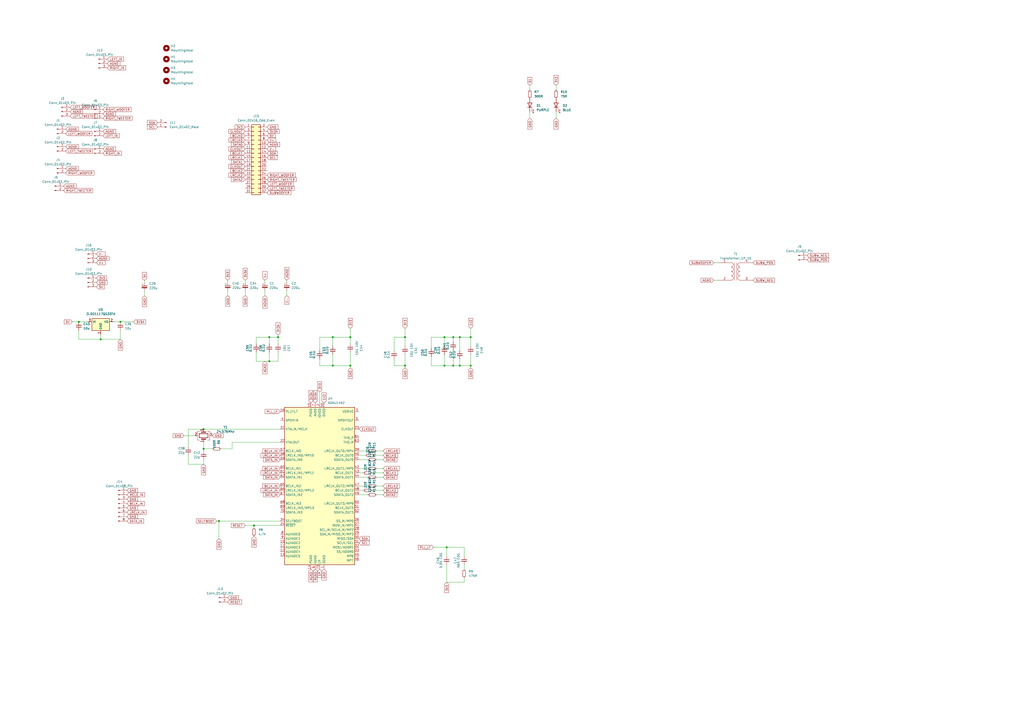
<source format=kicad_sch>
(kicad_sch (version 20231120) (generator "eeschema") (generator_version "8.0")
  (paper "A2")
  (junction (at 156.21 195.58))
  (junction (at 262.89 212.09))
  (junction (at 156.21 209.55))
  (junction (at 259.08 317.5))
  (junction (at 234.95 195.58))
  (junction (at 273.05 195.58))
  (junction (at 262.89 195.58))
  (junction (at 118.11 260.35))
  (junction (at 203.2 195.58))
  (junction (at 193.04 212.09))
  (junction (at 203.2 212.09))
  (junction (at 147.32 304.8))
  (junction (at 266.7 195.58))
  (junction (at 69.85 186.69))
  (junction (at 257.81 195.58))
  (junction (at 118.11 248.92))
  (junction (at 161.29 195.58))
  (junction (at 58.42 196.85))
  (junction (at 273.05 212.09))
  (junction (at 234.95 212.09))
  (junction (at 45.72 186.69))
  (junction (at 193.04 195.58))
  (junction (at 127 302.26))
  (junction (at 257.81 212.09))
  (junction (at 266.7 212.09))
  (wire (pts (xy 266.7 212.09) (xy 266.7 208.28)))
  (wire (pts (xy 259.08 317.5) (xy 259.08 322.58)))
  (wire (pts (xy 222.25 276.86) (xy 218.44 276.86)))
  (wire (pts (xy 273.05 200.66) (xy 273.05 195.58)))
  (wire (pts (xy 118.11 248.92) (xy 109.22 248.92)))
  (wire (pts (xy 147.32 306.07) (xy 147.32 304.8)))
  (wire (pts (xy 118.11 269.24) (xy 118.11 266.7)))
  (wire (pts (xy 266.7 195.58) (xy 273.05 195.58)))
  (wire (pts (xy 257.81 212.09) (xy 262.89 212.09)))
  (wire (pts (xy 142.24 162.56) (xy 142.24 163.703)))
  (wire (pts (xy 193.04 212.09) (xy 203.2 212.09)))
  (wire (pts (xy 109.22 248.92) (xy 109.22 259.08)))
  (wire (pts (xy 83.82 162.687) (xy 83.82 163.83)))
  (wire (pts (xy 118.11 261.62) (xy 118.11 260.35)))
  (wire (pts (xy 162.56 256.54) (xy 134.62 256.54)))
  (wire (pts (xy 213.36 281.94) (xy 208.28 281.94)))
  (wire (pts (xy 109.22 264.16) (xy 109.22 269.24)))
  (wire (pts (xy 262.89 195.58) (xy 266.7 195.58)))
  (wire (pts (xy 228.6 203.2) (xy 228.6 195.58)))
  (wire (pts (xy 193.04 205.74) (xy 193.04 212.09)))
  (wire (pts (xy 307.34 68.58) (xy 307.34 64.77)))
  (wire (pts (xy 273.05 213.36) (xy 273.05 212.09)))
  (wire (pts (xy 69.85 191.77) (xy 69.85 196.85)))
  (wire (pts (xy 69.85 186.69) (xy 66.04 186.69)))
  (wire (pts (xy 142.24 304.8) (xy 147.32 304.8)))
  (wire (pts (xy 234.95 205.74) (xy 234.95 212.09)))
  (wire (pts (xy 132.08 162.56) (xy 132.08 163.703)))
  (wire (pts (xy 273.05 212.09) (xy 266.7 212.09)))
  (wire (pts (xy 148.59 195.58) (xy 148.59 199.39)))
  (wire (pts (xy 185.42 212.09) (xy 185.42 208.28)))
  (wire (pts (xy 234.95 213.36) (xy 234.95 212.09)))
  (wire (pts (xy 69.85 196.85) (xy 58.42 196.85)))
  (wire (pts (xy 106.68 252.73) (xy 113.03 252.73)))
  (wire (pts (xy 185.42 195.58) (xy 193.04 195.58)))
  (wire (pts (xy 273.05 195.58) (xy 273.05 190.5)))
  (wire (pts (xy 153.67 162.56) (xy 153.67 163.703)))
  (wire (pts (xy 203.2 195.58) (xy 203.2 190.5)))
  (wire (pts (xy 250.19 212.09) (xy 257.81 212.09)))
  (wire (pts (xy 222.25 271.78) (xy 218.44 271.78)))
  (wire (pts (xy 45.72 186.69) (xy 50.8 186.69)))
  (wire (pts (xy 222.25 274.32) (xy 215.9 274.32)))
  (wire (pts (xy 257.81 205.74) (xy 257.81 212.09)))
  (wire (pts (xy 142.24 171.45) (xy 142.24 168.783)))
  (wire (pts (xy 213.36 261.62) (xy 208.28 261.62)))
  (wire (pts (xy 185.42 212.09) (xy 193.04 212.09)))
  (wire (pts (xy 123.19 260.35) (xy 118.11 260.35)))
  (wire (pts (xy 147.32 304.8) (xy 162.56 304.8)))
  (wire (pts (xy 259.08 317.5) (xy 269.24 317.5)))
  (wire (pts (xy 193.04 200.66) (xy 193.04 195.58)))
  (wire (pts (xy 213.36 287.02) (xy 208.28 287.02)))
  (wire (pts (xy 166.37 171.45) (xy 166.37 168.783)))
  (wire (pts (xy 109.22 269.24) (xy 118.11 269.24)))
  (wire (pts (xy 257.81 195.58) (xy 262.89 195.58)))
  (wire (pts (xy 161.29 199.39) (xy 161.29 195.58)))
  (wire (pts (xy 45.72 196.85) (xy 58.42 196.85)))
  (wire (pts (xy 127 312.42) (xy 127 302.26)))
  (wire (pts (xy 269.24 330.2) (xy 269.24 327.66)))
  (wire (pts (xy 161.29 195.58) (xy 156.21 195.58)))
  (wire (pts (xy 212.09 264.16) (xy 208.28 264.16)))
  (wire (pts (xy 153.67 171.45) (xy 153.67 168.783)))
  (wire (pts (xy 222.25 284.48) (xy 215.9 284.48)))
  (wire (pts (xy 228.6 195.58) (xy 234.95 195.58)))
  (wire (pts (xy 257.81 200.66) (xy 257.81 195.58)))
  (wire (pts (xy 185.42 227.33) (xy 185.42 233.68)))
  (wire (pts (xy 148.59 204.47) (xy 148.59 209.55)))
  (wire (pts (xy 203.2 212.09) (xy 203.2 204.47)))
  (wire (pts (xy 83.82 171.577) (xy 83.82 168.91)))
  (wire (pts (xy 210.82 274.32) (xy 208.28 274.32)))
  (wire (pts (xy 161.29 195.58) (xy 161.29 194.31)))
  (wire (pts (xy 127 302.26) (xy 162.56 302.26)))
  (wire (pts (xy 273.05 205.74) (xy 273.05 212.09)))
  (wire (pts (xy 269.24 335.28) (xy 269.24 337.82)))
  (wire (pts (xy 213.36 276.86) (xy 208.28 276.86)))
  (wire (pts (xy 125.73 302.26) (xy 127 302.26)))
  (wire (pts (xy 156.21 209.55) (xy 148.59 209.55)))
  (wire (pts (xy 414.02 152.4) (xy 416.56 152.4)))
  (wire (pts (xy 222.25 264.16) (xy 217.17 264.16)))
  (wire (pts (xy 307.34 49.53) (xy 307.34 52.07)))
  (wire (pts (xy 203.2 213.36) (xy 203.2 212.09)))
  (wire (pts (xy 118.11 248.92) (xy 162.56 248.92)))
  (wire (pts (xy 266.7 203.2) (xy 266.7 195.58)))
  (wire (pts (xy 228.6 212.09) (xy 228.6 208.28)))
  (wire (pts (xy 234.95 195.58) (xy 234.95 190.5)))
  (wire (pts (xy 250.19 195.58) (xy 250.19 201.93)))
  (wire (pts (xy 222.25 281.94) (xy 218.44 281.94)))
  (wire (pts (xy 134.62 256.54) (xy 134.62 260.35)))
  (wire (pts (xy 262.89 212.09) (xy 266.7 212.09)))
  (wire (pts (xy 262.89 203.2) (xy 262.89 212.09)))
  (wire (pts (xy 213.36 271.78) (xy 208.28 271.78)))
  (wire (pts (xy 156.21 195.58) (xy 148.59 195.58)))
  (wire (pts (xy 166.37 162.56) (xy 166.37 163.703)))
  (wire (pts (xy 259.08 337.82) (xy 259.08 327.66)))
  (wire (pts (xy 251.46 317.5) (xy 259.08 317.5)))
  (wire (pts (xy 58.42 196.85) (xy 58.42 194.31)))
  (wire (pts (xy 222.25 287.02) (xy 218.44 287.02)))
  (wire (pts (xy 161.29 204.47) (xy 161.29 209.55)))
  (wire (pts (xy 234.95 212.09) (xy 228.6 212.09)))
  (wire (pts (xy 134.62 260.35) (xy 128.27 260.35)))
  (wire (pts (xy 250.19 212.09) (xy 250.19 207.01)))
  (wire (pts (xy 203.2 199.39) (xy 203.2 195.58)))
  (wire (pts (xy 269.24 337.82) (xy 259.08 337.82)))
  (wire (pts (xy 213.36 266.7) (xy 208.28 266.7)))
  (wire (pts (xy 185.42 203.2) (xy 185.42 195.58)))
  (wire (pts (xy 222.25 266.7) (xy 218.44 266.7)))
  (wire (pts (xy 45.72 191.77) (xy 45.72 196.85)))
  (wire (pts (xy 69.85 186.69) (xy 77.47 186.69)))
  (wire (pts (xy 41.91 186.69) (xy 45.72 186.69)))
  (wire (pts (xy 156.21 204.47) (xy 156.21 209.55)))
  (wire (pts (xy 210.82 284.48) (xy 208.28 284.48)))
  (wire (pts (xy 322.58 49.53) (xy 322.58 52.07)))
  (wire (pts (xy 132.08 171.45) (xy 132.08 168.783)))
  (wire (pts (xy 262.89 198.12) (xy 262.89 195.58)))
  (wire (pts (xy 234.95 200.66) (xy 234.95 195.58)))
  (wire (pts (xy 269.24 317.5) (xy 269.24 322.58)))
  (wire (pts (xy 222.25 261.62) (xy 218.44 261.62)))
  (wire (pts (xy 118.11 260.35) (xy 118.11 256.54)))
  (wire (pts (xy 250.19 195.58) (xy 257.81 195.58)))
  (wire (pts (xy 322.58 68.58) (xy 322.58 64.77)))
  (wire (pts (xy 161.29 209.55) (xy 156.21 209.55)))
  (wire (pts (xy 193.04 195.58) (xy 203.2 195.58)))
  (wire (pts (xy 156.21 195.58) (xy 156.21 199.39)))
  (wire (pts (xy 414.02 162.56) (xy 416.56 162.56)))
  (global_label "RIGHT_WOOFER" (shape input) (at 59.69 63.5 0) (property "Intersheetrefs" "${INTERSHEET_REFS}" (effects (hide yes))))
  (global_label "AGND" (shape input) (at 38.1 85.09 0) (property "Intersheetrefs" "${INTERSHEET_REFS}" (effects (hide yes))))
  (global_label "LEFT_WOOFER" (shape input) (at 154.94 106.68 0) (property "Intersheetrefs" "${INTERSHEET_REFS}" (effects (hide yes))))
  (global_label "LRCLK0" (shape input) (at 222.25 261.62 0) (property "Intersheetrefs" "${INTERSHEET_REFS}" (effects (hide yes))))
  (global_label "PLL_LF" (shape input) (at 251.46 317.5 180) (property "Intersheetrefs" "${INTERSHEET_REFS}" (effects (hide yes))))
  (global_label "BCLK0" (shape input) (at 142.24 78.74 180) (property "Intersheetrefs" "${INTERSHEET_REFS}" (effects (hide yes))))
  (global_label "SCL" (shape input) (at 91.44 73.66 180) (property "Intersheetrefs" "${INTERSHEET_REFS}" (effects (hide yes))))
  (global_label "MCLK_IN" (shape input) (at 73.66 287.02 0) (property "Intersheetrefs" "${INTERSHEET_REFS}" (effects (hide yes))))
  (global_label "SUBW_POS" (shape input) (at 468.2055 150.7086 0) (property "Intersheetrefs" "${INTERSHEET_REFS}" (effects (hide yes))))
  (global_label "3V3A" (shape input) (at 180.34 233.68 90) (property "Intersheetrefs" "${INTERSHEET_REFS}" (effects (hide yes))))
  (global_label "AGND" (shape input) (at 38.1 74.93 0) (property "Intersheetrefs" "${INTERSHEET_REFS}" (effects (hide yes))))
  (global_label "GND" (shape input) (at 203.2 213.36 270) (property "Intersheetrefs" "${INTERSHEET_REFS}" (effects (hide yes))))
  (global_label "5V" (shape input) (at 83.82 162.687 90) (property "Intersheetrefs" "${INTERSHEET_REFS}" (effects (hide yes))))
  (global_label "LRCLK1" (shape input) (at 222.25 271.78 0) (property "Intersheetrefs" "${INTERSHEET_REFS}" (effects (hide yes))))
  (global_label "DATA_IN" (shape input) (at 162.56 276.86 180) (property "Intersheetrefs" "${INTERSHEET_REFS}" (effects (hide yes))))
  (global_label "EP" (shape input) (at 185.42 330.2 270) (property "Intersheetrefs" "${INTERSHEET_REFS}" (effects (hide yes))))
  (global_label "AGND" (shape input) (at 153.67 209.55 270) (property "Intersheetrefs" "${INTERSHEET_REFS}" (effects (hide yes))))
  (global_label "DATA_IN" (shape input) (at 162.56 287.02 180) (property "Intersheetrefs" "${INTERSHEET_REFS}" (effects (hide yes))))
  (global_label "AGND" (shape input) (at 154.94 83.82 0) (property "Intersheetrefs" "${INTERSHEET_REFS}" (effects (hide yes))))
  (global_label "CLKOUT" (shape input) (at 208.28 248.92 0) (property "Intersheetrefs" "${INTERSHEET_REFS}" (effects (hide yes))))
  (global_label "3V3A" (shape input) (at 77.47 186.69 0) (property "Intersheetrefs" "${INTERSHEET_REFS}" (effects (hide yes))))
  (global_label "AGND" (shape input) (at 180.34 330.2 270) (property "Intersheetrefs" "${INTERSHEET_REFS}" (effects (hide yes))))
  (global_label "3V3" (shape input) (at 185.42 227.33 90) (property "Intersheetrefs" "${INTERSHEET_REFS}" (effects (hide yes))))
  (global_label "AGND" (shape input) (at 59.69 86.36 0) (property "Intersheetrefs" "${INTERSHEET_REFS}" (effects (hide yes))))
  (global_label "LEFT_IN" (shape input) (at 62.23 34.29 0) (property "Intersheetrefs" "${INTERSHEET_REFS}" (effects (hide yes))))
  (global_label "GND" (shape input) (at 322.58 68.58 270) (property "Intersheetrefs" "${INTERSHEET_REFS}" (effects (hide yes))))
  (global_label "SELFBOOT" (shape input) (at 125.73 302.26 180) (property "Intersheetrefs" "${INTERSHEET_REFS}" (effects (hide yes))))
  (global_label "5V" (shape input) (at 307.34 49.53 90) (property "Intersheetrefs" "${INTERSHEET_REFS}" (effects (hide yes))))
  (global_label "V-" (shape input) (at 55.88 147.32 0) (property "Intersheetrefs" "${INTERSHEET_REFS}" (effects (hide yes))))
  (global_label "GND" (shape input) (at 106.68 252.73 180) (property "Intersheetrefs" "${INTERSHEET_REFS}" (effects (hide yes))))
  (global_label "SDA" (shape input) (at 91.44 71.12 180) (property "Intersheetrefs" "${INTERSHEET_REFS}" (effects (hide yes))))
  (global_label "SUBWOOFER" (shape input) (at 154.94 111.76 0) (property "Intersheetrefs" "${INTERSHEET_REFS}" (effects (hide yes))))
  (global_label "1V2" (shape input) (at 187.96 233.68 90) (property "Intersheetrefs" "${INTERSHEET_REFS}" (effects (hide yes))))
  (global_label "GND" (shape input) (at 154.94 73.66 0) (property "Intersheetrefs" "${INTERSHEET_REFS}" (effects (hide yes))))
  (global_label "LEFT_WOOFER" (shape input) (at 38.1 77.47 0) (property "Intersheetrefs" "${INTERSHEET_REFS}" (effects (hide yes))))
  (global_label "GND" (shape input) (at 307.34 68.58 270) (property "Intersheetrefs" "${INTERSHEET_REFS}" (effects (hide yes))))
  (global_label "LEFT_TWEETER" (shape input) (at 40.64 67.31 0) (property "Intersheetrefs" "${INTERSHEET_REFS}" (effects (hide yes))))
  (global_label "AGND" (shape input) (at 40.64 64.77 0) (property "Intersheetrefs" "${INTERSHEET_REFS}" (effects (hide yes))))
  (global_label "1V2" (shape input) (at 273.05 190.5 90) (property "Intersheetrefs" "${INTERSHEET_REFS}" (effects (hide yes))))
  (global_label "LRCLK2" (shape input) (at 222.25 281.94 0) (property "Intersheetrefs" "${INTERSHEET_REFS}" (effects (hide yes))))
  (global_label "GND" (shape input) (at 118.11 269.24 270) (property "Intersheetrefs" "${INTERSHEET_REFS}" (effects (hide yes))))
  (global_label "5V" (shape input) (at 154.94 78.74 0) (property "Intersheetrefs" "${INTERSHEET_REFS}" (effects (hide yes))))
  (global_label "LRCLK_IN" (shape input) (at 162.56 274.32 180) (property "Intersheetrefs" "${INTERSHEET_REFS}" (effects (hide yes))))
  (global_label "GND" (shape input) (at 69.85 196.85 270) (property "Intersheetrefs" "${INTERSHEET_REFS}" (effects (hide yes))))
  (global_label "GND" (shape input) (at 123.19 252.73 0) (property "Intersheetrefs" "${INTERSHEET_REFS}" (effects (hide yes))))
  (global_label "PLL_LF" (shape input) (at 162.56 238.76 180) (property "Intersheetrefs" "${INTERSHEET_REFS}" (effects (hide yes))))
  (global_label "SDA" (shape input) (at 154.94 88.9 0) (property "Intersheetrefs" "${INTERSHEET_REFS}" (effects (hide yes))))
  (global_label "GND" (shape input) (at 142.24 171.45 270) (property "Intersheetrefs" "${INTERSHEET_REFS}" (effects (hide yes))))
  (global_label "GND" (shape input) (at 127 312.42 270) (property "Intersheetrefs" "${INTERSHEET_REFS}" (effects (hide yes))))
  (global_label "3V3A" (shape input) (at 182.88 233.68 90) (property "Intersheetrefs" "${INTERSHEET_REFS}" (effects (hide yes))))
  (global_label "GND" (shape input) (at 147.32 311.15 270) (property "Intersheetrefs" "${INTERSHEET_REFS}" (effects (hide yes))))
  (global_label "5V" (shape input) (at 55.88 166.37 0) (property "Intersheetrefs" "${INTERSHEET_REFS}" (effects (hide yes))))
  (global_label "SDA" (shape input) (at 208.28 312.42 0) (property "Intersheetrefs" "${INTERSHEET_REFS}" (effects (hide yes))))
  (global_label "RIGHT_IN" (shape input) (at 59.69 88.9 0) (property "Intersheetrefs" "${INTERSHEET_REFS}" (effects (hide yes))))
  (global_label "RIGHT_TWEETER" (shape input) (at 59.69 68.58 0) (property "Intersheetrefs" "${INTERSHEET_REFS}" (effects (hide yes))))
  (global_label "GND" (shape input) (at 55.88 163.83 0) (property "Intersheetrefs" "${INTERSHEET_REFS}" (effects (hide yes))))
  (global_label "GND" (shape input) (at 132.08 346.71 0) (property "Intersheetrefs" "${INTERSHEET_REFS}" (effects (hide yes))))
  (global_label "LRCLK_IN" (shape input) (at 162.56 284.48 180) (property "Intersheetrefs" "${INTERSHEET_REFS}" (effects (hide yes))))
  (global_label "GND" (shape input) (at 132.08 171.45 270) (property "Intersheetrefs" "${INTERSHEET_REFS}" (effects (hide yes))))
  (global_label "LRCLK0" (shape input) (at 142.24 81.28 180) (property "Intersheetrefs" "${INTERSHEET_REFS}" (effects (hide yes))))
  (global_label "GND" (shape input) (at 234.95 213.36 270) (property "Intersheetrefs" "${INTERSHEET_REFS}" (effects (hide yes))))
  (global_label "BCLK0" (shape input) (at 222.25 264.16 0) (property "Intersheetrefs" "${INTERSHEET_REFS}" (effects (hide yes))))
  (global_label "V-" (shape input) (at 166.37 171.45 270) (property "Intersheetrefs" "${INTERSHEET_REFS}" (effects (hide yes))))
  (global_label "3V3" (shape input) (at 234.95 190.5 90) (property "Intersheetrefs" "${INTERSHEET_REFS}" (effects (hide yes))))
  (global_label "DATA2" (shape input) (at 142.24 104.14 180) (property "Intersheetrefs" "${INTERSHEET_REFS}" (effects (hide yes))))
  (global_label "CLKOUT" (shape input) (at 142.24 76.2 180) (property "Intersheetrefs" "${INTERSHEET_REFS}" (effects (hide yes))))
  (global_label "BCLK1" (shape input) (at 142.24 88.9 180) (property "Intersheetrefs" "${INTERSHEET_REFS}" (effects (hide yes))))
  (global_label "3V3A" (shape input) (at 142.24 162.56 90) (property "Intersheetrefs" "${INTERSHEET_REFS}" (effects (hide yes))))
  (global_label "BCLK2" (shape input) (at 222.25 284.48 0) (property "Intersheetrefs" "${INTERSHEET_REFS}" (effects (hide yes))))
  (global_label "LRCLK_IN" (shape input) (at 73.66 297.18 0) (property "Intersheetrefs" "${INTERSHEET_REFS}" (effects (hide yes))))
  (global_label "3V3" (shape input) (at 132.08 162.56 90) (property "Intersheetrefs" "${INTERSHEET_REFS}" (effects (hide yes))))
  (global_label "GND" (shape input) (at 273.05 213.36 270) (property "Intersheetrefs" "${INTERSHEET_REFS}" (effects (hide yes))))
  (global_label "LRCLK1" (shape input) (at 142.24 91.44 180) (property "Intersheetrefs" "${INTERSHEET_REFS}" (effects (hide yes))))
  (global_label "RIGHT_TWEETER" (shape input) (at 36.83 110.49 0) (property "Intersheetrefs" "${INTERSHEET_REFS}" (effects (hide yes))))
  (global_label "3V3" (shape input) (at 203.2 190.5 90) (property "Intersheetrefs" "${INTERSHEET_REFS}" (effects (hide yes))))
  (global_label "5V" (shape input) (at 41.91 186.69 180) (property "Intersheetrefs" "${INTERSHEET_REFS}" (effects (hide yes))))
  (global_label "3V3" (shape input) (at 322.58 49.53 90) (property "Intersheetrefs" "${INTERSHEET_REFS}" (effects (hide yes))))
  (global_label "SUBWOOFER" (shape input) (at 414.02 152.4 180) (property "Intersheetrefs" "${INTERSHEET_REFS}" (effects (hide yes))))
  (global_label "V+" (shape input) (at 154.94 81.28 0) (property "Intersheetrefs" "${INTERSHEET_REFS}" (effects (hide yes))))
  (global_label "SCL" (shape input) (at 154.94 91.44 0) (property "Intersheetrefs" "${INTERSHEET_REFS}" (effects (hide yes))))
  (global_label "SCL" (shape input) (at 208.28 314.96 0) (property "Intersheetrefs" "${INTERSHEET_REFS}" (effects (hide yes))))
  (global_label "AGND" (shape input) (at 59.69 76.2 0) (property "Intersheetrefs" "${INTERSHEET_REFS}" (effects (hide yes))))
  (global_label "SUBW_NEG" (shape input) (at 436.88 162.56 0) (property "Intersheetrefs" "${INTERSHEET_REFS}" (effects (hide yes))))
  (global_label "3V3A" (shape input) (at 161.29 194.31 90) (property "Intersheetrefs" "${INTERSHEET_REFS}" (effects (hide yes))))
  (global_label "SUBW_NEG" (shape input) (at 468.2055 148.1686 0) (property "Intersheetrefs" "${INTERSHEET_REFS}" (effects (hide yes))))
  (global_label "GND" (shape input) (at 83.82 171.577 270) (property "Intersheetrefs" "${INTERSHEET_REFS}" (effects (hide yes))))
  (global_label "LEFT_TWEETER" (shape input) (at 38.1 87.63 0) (property "Intersheetrefs" "${INTERSHEET_REFS}" (effects (hide yes))))
  (global_label "DATA1" (shape input) (at 222.25 276.86 0) (property "Intersheetrefs" "${INTERSHEET_REFS}" (effects (hide yes))))
  (global_label "V+" (shape input) (at 55.88 152.4 0) (property "Intersheetrefs" "${INTERSHEET_REFS}" (effects (hide yes))))
  (global_label "3V3A" (shape input) (at 154.94 76.2 0) (property "Intersheetrefs" "${INTERSHEET_REFS}" (effects (hide yes))))
  (global_label "AGND" (shape input) (at 414.02 162.56 180) (property "Intersheetrefs" "${INTERSHEET_REFS}" (effects (hide yes))))
  (global_label "BCLK1" (shape input) (at 222.25 274.32 0) (property "Intersheetrefs" "${INTERSHEET_REFS}" (effects (hide yes))))
  (global_label "GND" (shape input) (at 73.66 299.72 0) (property "Intersheetrefs" "${INTERSHEET_REFS}" (effects (hide yes))))
  (global_label "AGND" (shape input) (at 62.23 36.83 0) (property "Intersheetrefs" "${INTERSHEET_REFS}" (effects (hide yes))))
  (global_label "GND" (shape input) (at 187.96 330.2 270) (property "Intersheetrefs" "${INTERSHEET_REFS}" (effects (hide yes))))
  (global_label "CLKOUT" (shape input) (at 142.24 86.36 180) (property "Intersheetrefs" "${INTERSHEET_REFS}" (effects (hide yes))))
  (global_label "RIGHT_TWEETER" (shape input) (at 154.94 104.14 0) (property "Intersheetrefs" "${INTERSHEET_REFS}" (effects (hide yes))))
  (global_label "GND" (shape input) (at 73.66 284.48 0) (property "Intersheetrefs" "${INTERSHEET_REFS}" (effects (hide yes))))
  (global_label "AGND" (shape input) (at 59.69 66.04 0) (property "Intersheetrefs" "${INTERSHEET_REFS}" (effects (hide yes))))
  (global_label "LEFT_TWEETER" (shape input) (at 154.94 109.22 0) (property "Intersheetrefs" "${INTERSHEET_REFS}" (effects (hide yes))))
  (global_label "GND" (shape input) (at 73.66 289.56 0) (property "Intersheetrefs" "${INTERSHEET_REFS}" (effects (hide yes))))
  (global_label "3V3" (shape input) (at 142.24 73.66 180) (property "Intersheetrefs" "${INTERSHEET_REFS}" (effects (hide yes))))
  (global_label "LRCLK2" (shape input) (at 142.24 101.6 180) (property "Intersheetrefs" "${INTERSHEET_REFS}" (effects (hide yes))))
  (global_label "DATA0" (shape input) (at 222.25 266.7 0) (property "Intersheetrefs" "${INTERSHEET_REFS}" (effects (hide yes))))
  (global_label "GND" (shape input) (at 73.66 294.64 0) (property "Intersheetrefs" "${INTERSHEET_REFS}" (effects (hide yes))))
  (global_label "DATA_IN" (shape input) (at 162.56 266.7 180) (property "Intersheetrefs" "${INTERSHEET_REFS}" (effects (hide yes))))
  (global_label "RESET" (shape input) (at 142.24 304.8 180) (property "Intersheetrefs" "${INTERSHEET_REFS}" (effects (hide yes))))
  (global_label "DATA2" (shape input) (at 222.25 287.02 0) (property "Intersheetrefs" "${INTERSHEET_REFS}" (effects (hide yes))))
  (global_label "AGND" (shape input) (at 55.88 149.86 0) (property "Intersheetrefs" "${INTERSHEET_REFS}" (effects (hide yes))))
  (global_label "3V3" (shape input) (at 259.08 337.82 270) (property "Intersheetrefs" "${INTERSHEET_REFS}" (effects (hide yes))))
  (global_label "BCLK_IN" (shape input) (at 162.56 281.94 180) (property "Intersheetrefs" "${INTERSHEET_REFS}" (effects (hide yes))))
  (global_label "SUBW_POS" (shape input) (at 436.88 152.4 0) (property "Intersheetrefs" "${INTERSHEET_REFS}" (effects (hide yes))))
  (global_label "BCLK_IN" (shape input) (at 162.56 271.78 180) (property "Intersheetrefs" "${INTERSHEET_REFS}" (effects (hide yes))))
  (global_label "AGND" (shape input) (at 38.1 97.79 0) (property "Intersheetrefs" "${INTERSHEET_REFS}" (effects (hide yes))))
  (global_label "BCLK_IN" (shape input) (at 162.56 261.62 180) (property "Intersheetrefs" "${INTERSHEET_REFS}" (effects (hide yes))))
  (global_label "RIGHT_WOOFER" (shape input) (at 38.1 100.33 0) (property "Intersheetrefs" "${INTERSHEET_REFS}" (effects (hide yes))))
  (global_label "LEFT_IN" (shape input) (at 59.69 78.74 0) (property "Intersheetrefs" "${INTERSHEET_REFS}" (effects (hide yes))))
  (global_label "3V3" (shape input) (at 55.88 161.29 0) (property "Intersheetrefs" "${INTERSHEET_REFS}" (effects (hide yes))))
  (global_label "LRCLK_IN" (shape input) (at 162.56 264.16 180) (property "Intersheetrefs" "${INTERSHEET_REFS}" (effects (hide yes))))
  (global_label "DATA_IN" (shape input) (at 73.66 302.26 0) (property "Intersheetrefs" "${INTERSHEET_REFS}" (effects (hide yes))))
  (global_label "AGND" (shape input) (at 153.67 171.45 270) (property "Intersheetrefs" "${INTERSHEET_REFS}" (effects (hide yes))))
  (global_label "BCLK_IN" (shape input) (at 73.66 292.1 0) (property "Intersheetrefs" "${INTERSHEET_REFS}" (effects (hide yes))))
  (global_label "DATA0" (shape input) (at 142.24 83.82 180) (property "Intersheetrefs" "${INTERSHEET_REFS}" (effects (hide yes))))
  (global_label "V-" (shape input) (at 154.94 86.36 0) (property "Intersheetrefs" "${INTERSHEET_REFS}" (effects (hide yes))))
  (global_label "AGND" (shape input) (at 182.88 330.2 270) (property "Intersheetrefs" "${INTERSHEET_REFS}" (effects (hide yes))))
  (global_label "V+" (shape input) (at 153.67 162.56 90) (property "Intersheetrefs" "${INTERSHEET_REFS}" (effects (hide yes))))
  (global_label "DATA1" (shape input) (at 142.24 93.98 180) (property "Intersheetrefs" "${INTERSHEET_REFS}" (effects (hide yes))))
  (global_label "AGND" (shape input) (at 36.83 107.95 0) (property "Intersheetrefs" "${INTERSHEET_REFS}" (effects (hide yes))))
  (global_label "LEFT_WOOFER" (shape input) (at 40.64 62.23 0) (property "Intersheetrefs" "${INTERSHEET_REFS}" (effects (hide yes))))
  (global_label "RESET" (shape input) (at 132.08 349.25 0) (property "Intersheetrefs" "${INTERSHEET_REFS}" (effects (hide yes))))
  (global_label "RIGHT_WOOFER" (shape input) (at 154.94 101.6 0) (property "Intersheetrefs" "${INTERSHEET_REFS}" (effects (hide yes))))
  (global_label "RIGHT_IN" (shape input) (at 62.23 39.37 0) (property "Intersheetrefs" "${INTERSHEET_REFS}" (effects (hide yes))))
  (global_label "CLKOUT" (shape input) (at 142.24 96.52 180) (property "Intersheetrefs" "${INTERSHEET_REFS}" (effects (hide yes))))
  (global_label "BCLK2" (shape input) (at 142.24 99.06 180) (property "Intersheetrefs" "${INTERSHEET_REFS}" (effects (hide yes))))
  (global_label "AGND" (shape input) (at 166.37 162.56 90) (property "Intersheetrefs" "${INTERSHEET_REFS}" (effects (hide yes))))
  (symbol (lib_id "Device:LED") (at 322.58 60.96 90) (unit 1)
    (property "Reference" "D2" (at 326.39 61.2774 90) (effects (justify right)))
    (property "Value" "BLUE" (at 326.39 63.8174 90) (effects (justify right)))
    (property "Footprint" "Diode_SMD:D_0805_2012Metric" (effects (hide yes)))
    (property "Description" "Light emitting diode" (effects (hide yes)))
  )
  (symbol (lib_id "Connector_Generic:Conn_02x16_Odd_Even") (at 147.32 91.44 0) (unit 1)
    (property "Reference" "J15" (at 148.59 67.31 0))
    (property "Value" "Conn_02x16_Odd_Even" (at 148.59 69.85 0))
    (property "Footprint" "Connector_PinHeader_2.54mm:PinHeader_2x16_P2.54mm_Vertical" (effects (hide yes)))
    (property "Description" "Generic connector, double row, 02x16, odd/even pin numbering scheme (row 1 odd numbers, row 2 even numbers), script generated (kicad-library-utils/schlib/autogen/connector/)" (effects (hide yes)))
  )
  (symbol (lib_id "Connector:Conn_01x02_Male") (at 96.52 73.66 180) (unit 1)
    (property "Reference" "J11" (at 98.298 71.1199 0) (effects (justify right)))
    (property "Value" "Conn_01x02_Male" (at 98.298 73.6599 0) (effects (justify right)))
    (property "Footprint" "Connector_JST:JST_PH_B2B-PH-K_1x02_P2.00mm_Vertical" (effects (hide yes)))
  )
  (symbol (lib_id "DSP_AnalogDevices:ADAU1452") (at 185.42 281.94 0) (unit 1)
    (property "Reference" "U4" (at 190.1541 231.14 0) (effects (justify left)))
    (property "Value" "ADAU1452" (at 190.1541 233.68 0) (effects (justify left)))
    (property "Footprint" "Package_CSP:LFCSP-72-1EP_10x10mm_P0.5mm_EP5.3x5.3mm" (effects (hide yes)))
    (property "Datasheet" "https://www.analog.com/media/en/technical-documentation/data-sheets/ADAU1452_1451_1450.pdf" (effects (hide yes)))
    (property "Description" "SigmaDSP SigmaDSP Digital Audio Processor, 294.912 MHz, 40kword Data RAM, I2C/SPI, S/PDIF I/O, 16-Channel ASRC, LFCSP-72" (effects (hide yes)))
  )
  (symbol (lib_id "Connector:Conn_01x03_Pin") (at 57.15 36.83 0) (unit 1)
    (property "Reference" "J12" (at 57.785 29.21 0))
    (property "Value" "Conn_01x03_Pin" (at 57.785 31.75 0))
    (property "Footprint" "Connector_JST:JST_PH_B3B-PH-K_1x03_P2.00mm_Vertical" (effects (hide yes)))
    (property "Description" "Generic connector, single row, 01x03, script generated" (effects (hide yes)))
  )
  (symbol (lib_id "Device:C_Small") (at 269.24 325.12 0) (unit 1)
    (property "Reference" "C47" (at 264.16 325.12 90))
    (property "Value" "56N C0G" (at 265.938 325.12 90))
    (property "Footprint" "Capacitor_SMD:C_0805_2012Metric_Pad1.18x1.45mm_HandSolder" (effects (hide yes)))
    (property "Description" "Unpolarized capacitor, small symbol" (effects (hide yes)))
  )
  (symbol (lib_id "Device:R_Small") (at 147.32 308.61 180) (unit 1)
    (property "Reference" "R8" (at 149.86 307.3399 0) (effects (justify right)))
    (property "Value" "4.7K" (at 149.86 309.8799 0) (effects (justify right)))
    (property "Footprint" "Resistor_SMD:R_0603_1608Metric_Pad0.98x0.95mm_HandSolder" (effects (hide yes)))
    (property "Description" "Resistor, small symbol" (effects (hide yes)))
  )
  (symbol (lib_id "Device:C_Small") (at 259.08 325.12 0) (unit 1)
    (property "Reference" "C46" (at 254 325.12 90))
    (property "Value" "3.3N C0G" (at 255.778 325.12 90))
    (property "Footprint" "Capacitor_SMD:C_0805_2012Metric_Pad1.18x1.45mm_HandSolder" (effects (hide yes)))
    (property "Description" "Unpolarized capacitor, small symbol" (effects (hide yes)))
  )
  (symbol (lib_id "Device:R_Small") (at 215.9 261.62 270) (unit 1)
    (property "Reference" "R11" (at 217.0647 256.4278 0) (effects (justify left)))
    (property "Value" "22R" (at 214.5247 256.4278 0) (effects (justify left)))
    (property "Footprint" "Resistor_SMD:R_0603_1608Metric_Pad0.98x0.95mm_HandSolder" (effects (hide yes)))
    (property "Description" "Resistor, small symbol" (effects (hide yes)))
  )
  (symbol (lib_id "Connector:Conn_01x02_Pin") (at 463.1255 148.1686 0) (unit 1)
    (property "Reference" "J9" (at 463.7605 143.0886 0))
    (property "Value" "Conn_01x02_Pin" (at 463.7605 145.6286 0))
    (property "Footprint" "Connector_JST:JST_PH_B2B-PH-K_1x02_P2.00mm_Vertical" (effects (hide yes)))
    (property "Description" "Generic connector, single row, 01x02, script generated" (effects (hide yes)))
  )
  (symbol (lib_id "Mechanical:MountingHole") (at 96.52 27.94 0) (unit 1) (exclude_from_sim yes) (in_bom no)
    (property "Reference" "H2" (at 99.06 26.6699 0) (effects (justify left)))
    (property "Value" "MountingHole" (at 99.06 29.2099 0) (effects (justify left)))
    (property "Footprint" "MountingHole:MountingHole_3.2mm_M3" (effects (hide yes)))
    (property "Description" "Mounting Hole without connection" (effects (hide yes)))
  )
  (symbol (lib_id "Connector:Conn_01x03_Pin") (at 35.56 64.77 0) (unit 1)
    (property "Reference" "J3" (at 36.195 57.15 0))
    (property "Value" "Conn_01x03_Pin" (at 36.195 59.69 0))
    (property "Footprint" "Connector_JST:JST_PH_B3B-PH-K_1x03_P2.00mm_Vertical" (effects (hide yes)))
    (property "Description" "Generic connector, single row, 01x03, script generated" (effects (hide yes)))
  )
  (symbol (lib_id "Device:R_Small") (at 269.24 332.74 180) (unit 1)
    (property "Reference" "R9" (at 271.78 331.4699 0) (effects (justify right)))
    (property "Value" "475R" (at 271.78 334.0099 0) (effects (justify right)))
    (property "Footprint" "Resistor_SMD:R_1206_3216Metric_Pad1.30x1.75mm_HandSolder" (effects (hide yes)))
    (property "Description" "Resistor, small symbol" (effects (hide yes)))
  )
  (symbol (lib_id "Mechanical:MountingHole") (at 96.52 34.29 0) (unit 1) (exclude_from_sim yes) (in_bom no)
    (property "Reference" "H1" (at 99.06 33.0199 0) (effects (justify left)))
    (property "Value" "MountingHole" (at 99.06 35.5599 0) (effects (justify left)))
    (property "Footprint" "MountingHole:MountingHole_3.2mm_M3" (effects (hide yes)))
    (property "Description" "Mounting Hole without connection" (effects (hide yes)))
  )
  (symbol (lib_id "Device:R_Small") (at 213.36 284.48 270) (unit 1)
    (property "Reference" "R18" (at 214.5247 279.2878 0) (effects (justify left)))
    (property "Value" "22R" (at 211.9847 279.2878 0) (effects (justify left)))
    (property "Footprint" "Resistor_SMD:R_0603_1608Metric_Pad0.98x0.95mm_HandSolder" (effects (hide yes)))
    (property "Description" "Resistor, small symbol" (effects (hide yes)))
  )
  (symbol (lib_id "Device:C_Polarized_Small") (at 142.24 166.243 0) (unit 1)
    (property "Reference" "C34" (at 144.907 164.4269 0) (effects (justify left)))
    (property "Value" "220u" (at 144.907 166.9669 0) (effects (justify left)))
    (property "Footprint" "Capacitor_THT:CP_Radial_D6.3mm_P2.50mm" (effects (hide yes)))
  )
  (symbol (lib_id "Device:C_Small") (at 109.22 261.62 0) (unit 1)
    (property "Reference" "C38" (at 103.378 260.096 0) (effects (justify left)))
    (property "Value" "22p" (at 103.378 262.636 0) (effects (justify left)))
    (property "Footprint" "Capacitor_SMD:C_0805_2012Metric_Pad1.18x1.45mm_HandSolder" (effects (hide yes)))
    (property "Description" "Unpolarized capacitor, small symbol" (effects (hide yes)))
  )
  (symbol (lib_id "Device:R_Small") (at 215.9 287.02 270) (unit 1)
    (property "Reference" "R19" (at 217.0647 281.8278 0) (effects (justify left)))
    (property "Value" "22R" (at 214.5247 281.8278 0) (effects (justify left)))
    (property "Footprint" "Resistor_SMD:R_0603_1608Metric_Pad0.98x0.95mm_HandSolder" (effects (hide yes)))
    (property "Description" "Resistor, small symbol" (effects (hide yes)))
  )
  (symbol (lib_id "Connector:Conn_01x02_Pin") (at 33.02 74.93 0) (unit 1)
    (property "Reference" "J1" (at 33.655 69.85 0))
    (property "Value" "Conn_01x02_Pin" (at 33.655 72.39 0))
    (property "Footprint" "Connector_JST:JST_PH_B2B-PH-K_1x02_P2.00mm_Vertical" (effects (hide yes)))
    (property "Description" "Generic connector, single row, 01x02, script generated" (effects (hide yes)))
  )
  (symbol (lib_id "Device:C_Small") (at 193.04 203.2 0) (unit 1)
    (property "Reference" "C53" (at 187.96 203.2 90))
    (property "Value" "0.1U" (at 189.738 203.2 90))
    (property "Footprint" "Capacitor_SMD:C_0805_2012Metric_Pad1.18x1.45mm_HandSolder" (effects (hide yes)))
    (property "Description" "Unpolarized capacitor, small symbol" (effects (hide yes)))
  )
  (symbol (lib_id "Device:C_Small") (at 250.19 204.47 0) (unit 1)
    (property "Reference" "C50" (at 245.11 204.47 90))
    (property "Value" "0.1U" (at 246.888 204.47 90))
    (property "Footprint" "Capacitor_SMD:C_0805_2012Metric_Pad1.18x1.45mm_HandSolder" (effects (hide yes)))
    (property "Description" "Unpolarized capacitor, small symbol" (effects (hide yes)))
  )
  (symbol (lib_id "Device:C_Small") (at 262.89 200.66 0) (unit 1)
    (property "Reference" "C41" (at 257.81 200.66 90))
    (property "Value" "0.1U" (at 259.588 200.66 90))
    (property "Footprint" "Capacitor_SMD:C_0805_2012Metric_Pad1.18x1.45mm_HandSolder" (effects (hide yes)))
    (property "Description" "Unpolarized capacitor, small symbol" (effects (hide yes)))
  )
  (symbol (lib_id "Device:R_Small") (at 215.9 281.94 270) (unit 1)
    (property "Reference" "R17" (at 217.0647 276.7478 0) (effects (justify left)))
    (property "Value" "22R" (at 214.5247 276.7478 0) (effects (justify left)))
    (property "Footprint" "Resistor_SMD:R_0603_1608Metric_Pad0.98x0.95mm_HandSolder" (effects (hide yes)))
    (property "Description" "Resistor, small symbol" (effects (hide yes)))
  )
  (symbol (lib_id "Device:C_Small") (at 185.42 205.74 0) (unit 1)
    (property "Reference" "C45" (at 180.34 205.74 90))
    (property "Value" "0.1U" (at 182.118 205.74 90))
    (property "Footprint" "Capacitor_SMD:C_0805_2012Metric_Pad1.18x1.45mm_HandSolder" (effects (hide yes)))
    (property "Description" "Unpolarized capacitor, small symbol" (effects (hide yes)))
  )
  (symbol (lib_id "Device:C_Small") (at 257.81 203.2 0) (unit 1)
    (property "Reference" "C39" (at 252.73 203.2 90))
    (property "Value" "0.1U" (at 254.508 203.2 90))
    (property "Footprint" "Capacitor_SMD:C_0805_2012Metric_Pad1.18x1.45mm_HandSolder" (effects (hide yes)))
    (property "Description" "Unpolarized capacitor, small symbol" (effects (hide yes)))
  )
  (symbol (lib_id "Device:Crystal_GND24") (at 118.11 252.73 90) (unit 1)
    (property "Reference" "Y1" (at 130.81 247.7768 90))
    (property "Value" "24.576Mhz" (at 130.81 250.3168 90))
    (property "Footprint" "Crystal:Crystal_SMD_3225-4Pin_3.2x2.5mm_HandSoldering" (effects (hide yes)))
    (property "Description" "Four pin crystal, GND on pins 2 and 4" (effects (hide yes)))
  )
  (symbol (lib_id "Device:C_Polarized_Small") (at 83.82 166.37 0) (unit 1)
    (property "Reference" "C29" (at 86.487 164.5539 0) (effects (justify left)))
    (property "Value" "220u" (at 86.487 167.0939 0) (effects (justify left)))
    (property "Footprint" "Capacitor_THT:CP_Radial_D6.3mm_P2.50mm" (effects (hide yes)))
  )
  (symbol (lib_id "Device:C_Small") (at 148.59 201.93 0) (unit 1)
    (property "Reference" "C55" (at 143.51 201.93 90))
    (property "Value" "0.1U" (at 145.288 201.93 90))
    (property "Footprint" "Capacitor_SMD:C_0805_2012Metric_Pad1.18x1.45mm_HandSolder" (effects (hide yes)))
    (property "Description" "Unpolarized capacitor, small symbol" (effects (hide yes)))
  )
  (symbol (lib_id "Device:R_Small") (at 125.73 260.35 270) (unit 1)
    (property "Reference" "R6" (at 126.8947 255.1578 0) (effects (justify left)))
    (property "Value" "100R" (at 124.3547 255.1578 0) (effects (justify left)))
    (property "Footprint" "Resistor_SMD:R_0603_1608Metric_Pad0.98x0.95mm_HandSolder" (effects (hide yes)))
    (property "Description" "Resistor, small symbol" (effects (hide yes)))
  )
  (symbol (lib_id "Device:R_Small") (at 215.9 271.78 270) (unit 1)
    (property "Reference" "R14" (at 217.0647 266.5878 0) (effects (justify left)))
    (property "Value" "22R" (at 214.5247 266.5878 0) (effects (justify left)))
    (property "Footprint" "Resistor_SMD:R_0603_1608Metric_Pad0.98x0.95mm_HandSolder" (effects (hide yes)))
    (property "Description" "Resistor, small symbol" (effects (hide yes)))
  )
  (symbol (lib_id "Device:R_Small") (at 214.63 264.16 270) (unit 1)
    (property "Reference" "R12" (at 215.7947 258.9678 0) (effects (justify left)))
    (property "Value" "22R" (at 213.2547 258.9678 0) (effects (justify left)))
    (property "Footprint" "Resistor_SMD:R_0603_1608Metric_Pad0.98x0.95mm_HandSolder" (effects (hide yes)))
    (property "Description" "Resistor, small symbol" (effects (hide yes)))
  )
  (symbol (lib_id "Connector:Conn_01x02_Pin") (at 127 346.71 0) (unit 1)
    (property "Reference" "J13" (at 127.635 341.63 0))
    (property "Value" "Conn_01x02_Pin" (at 127.635 344.17 0))
    (property "Footprint" "Connector_JST:JST_PH_B2B-PH-K_1x02_P2.00mm_Vertical" (effects (hide yes)))
    (property "Description" "Generic connector, single row, 01x02, script generated" (effects (hide yes)))
  )
  (symbol (lib_id "Device:C_Small") (at 273.05 203.2 0) (unit 1)
    (property "Reference" "C49" (at 279.4 203.2063 90))
    (property "Value" "10U 10V" (at 276.86 203.2063 90))
    (property "Footprint" "Capacitor_SMD:C_1206_3216Metric_Pad1.33x1.80mm_HandSolder" (effects (hide yes)))
    (property "Description" "Unpolarized capacitor, small symbol" (effects (hide yes)))
  )
  (symbol (lib_id "Connector:Conn_01x03_Pin") (at 50.8 163.83 0) (unit 1)
    (property "Reference" "J10" (at 51.435 156.21 0))
    (property "Value" "Conn_01x03_Pin" (at 51.435 158.75 0))
    (property "Footprint" "Connector_JST:JST_PH_B3B-PH-K_1x03_P2.00mm_Vertical" (effects (hide yes)))
    (property "Description" "Generic connector, single row, 01x03, script generated" (effects (hide yes)))
  )
  (symbol (lib_id "Connector:Conn_01x02_Pin") (at 33.02 97.79 0) (unit 1)
    (property "Reference" "J4" (at 33.655 92.71 0))
    (property "Value" "Conn_01x02_Pin" (at 33.655 95.25 0))
    (property "Footprint" "Connector_JST:JST_PH_B2B-PH-K_1x02_P2.00mm_Vertical" (effects (hide yes)))
    (property "Description" "Generic connector, single row, 01x02, script generated" (effects (hide yes)))
  )
  (symbol (lib_id "Device:C_Small") (at 45.72 189.23 180) (unit 1)
    (property "Reference" "C43" (at 48.26 187.9536 0) (effects (justify right)))
    (property "Value" "10u" (at 48.26 190.4936 0) (effects (justify right)))
    (property "Footprint" "Capacitor_SMD:C_1206_3216Metric_Pad1.33x1.80mm_HandSolder" (effects (hide yes)))
  )
  (symbol (lib_id "Device:C_Small") (at 228.6 205.74 0) (unit 1)
    (property "Reference" "C48" (at 223.52 205.74 90))
    (property "Value" "0.1U" (at 225.298 205.74 90))
    (property "Footprint" "Capacitor_SMD:C_0805_2012Metric_Pad1.18x1.45mm_HandSolder" (effects (hide yes)))
    (property "Description" "Unpolarized capacitor, small symbol" (effects (hide yes)))
  )
  (symbol (lib_id "Connector:Conn_01x02_Pin") (at 31.75 107.95 0) (unit 1)
    (property "Reference" "J5" (at 32.385 102.87 0))
    (property "Value" "Conn_01x02_Pin" (at 32.385 105.41 0))
    (property "Footprint" "Connector_JST:JST_PH_B2B-PH-K_1x02_P2.00mm_Vertical" (effects (hide yes)))
    (property "Description" "Generic connector, single row, 01x02, script generated" (effects (hide yes)))
  )
  (symbol (lib_id "Connector:Conn_01x03_Pin") (at 54.61 66.04 0) (unit 1)
    (property "Reference" "J6" (at 55.245 58.42 0))
    (property "Value" "Conn_01x03_Pin" (at 55.245 60.96 0))
    (property "Footprint" "Connector_JST:JST_PH_B3B-PH-K_1x03_P2.00mm_Vertical" (effects (hide yes)))
    (property "Description" "Generic connector, single row, 01x03, script generated" (effects (hide yes)))
  )
  (symbol (lib_id "Connector:Conn_01x02_Pin") (at 54.61 76.2 0) (unit 1)
    (property "Reference" "J7" (at 55.245 71.12 0))
    (property "Value" "Conn_01x02_Pin" (at 55.245 73.66 0))
    (property "Footprint" "Connector_JST:JST_PH_B2B-PH-K_1x02_P2.00mm_Vertical" (effects (hide yes)))
    (property "Description" "Generic connector, single row, 01x02, script generated" (effects (hide yes)))
  )
  (symbol (lib_id "Device:C_Small") (at 161.29 201.93 0) (unit 1)
    (property "Reference" "C57" (at 167.64 201.9363 90))
    (property "Value" "10U" (at 165.1 201.9363 90))
    (property "Footprint" "Capacitor_SMD:C_1206_3216Metric_Pad1.33x1.80mm_HandSolder" (effects (hide yes)))
    (property "Description" "Unpolarized capacitor, small symbol" (effects (hide yes)))
  )
  (symbol (lib_id "Device:R_Small") (at 307.34 54.61 0) (unit 1)
    (property "Reference" "R7" (at 309.88 53.3399 0) (effects (justify left)))
    (property "Value" "300R" (at 309.88 55.8799 0) (effects (justify left)))
    (property "Footprint" "Resistor_SMD:R_0603_1608Metric_Pad0.98x0.95mm_HandSolder" (effects (hide yes)))
    (property "Description" "Resistor, small symbol" (effects (hide yes)))
  )
  (symbol (lib_id "Device:Transformer_1P_1S") (at 426.72 157.48 0) (unit 1)
    (property "Reference" "T1" (at 426.7327 147.32 0))
    (property "Value" "Transformer_1P_1S" (at 426.7327 149.86 0))
    (property "Footprint" "Custom:DA101C" (effects (hide yes)))
    (property "Description" "Transformer, single primary, single secondary" (effects (hide yes)))
  )
  (symbol (lib_id "Device:C_Polarized_Small") (at 166.37 166.243 0) (unit 1)
    (property "Reference" "C2" (at 169.037 164.4269 0) (effects (justify left)))
    (property "Value" "220u" (at 169.037 166.9669 0) (effects (justify left)))
    (property "Footprint" "Capacitor_THT:CP_Radial_D6.3mm_P2.50mm" (effects (hide yes)))
  )
  (symbol (lib_id "Device:C_Small") (at 118.11 264.16 0) (unit 1)
    (property "Reference" "C42" (at 112.268 262.636 0) (effects (justify left)))
    (property "Value" "22p" (at 112.268 265.176 0) (effects (justify left)))
    (property "Footprint" "Capacitor_SMD:C_0805_2012Metric_Pad1.18x1.45mm_HandSolder" (effects (hide yes)))
    (property "Description" "Unpolarized capacitor, small symbol" (effects (hide yes)))
  )
  (symbol (lib_id "Regulator_Linear:AMS1117-3.3") (at 58.42 186.69 0) (unit 1)
    (property "Reference" "U5" (at 58.42 179.578 0))
    (property "Value" "ZLDO1117QG33TA" (at 58.42 182.118 0))
    (property "Footprint" "Package_TO_SOT_SMD:SOT-223-3_TabPin2" (effects (hide yes)))
    (property "Datasheet" "http://www.advanced-monolithic.com/pdf/ds1117.pdf" (effects (hide yes)))
  )
  (symbol (lib_id "Device:R_Small") (at 215.9 266.7 270) (unit 1)
    (property "Reference" "R13" (at 217.0647 261.5078 0) (effects (justify left)))
    (property "Value" "22R" (at 214.5247 261.5078 0) (effects (justify left)))
    (property "Footprint" "Resistor_SMD:R_0603_1608Metric_Pad0.98x0.95mm_HandSolder" (effects (hide yes)))
    (property "Description" "Resistor, small symbol" (effects (hide yes)))
  )
  (symbol (lib_id "Device:R_Small") (at 213.36 274.32 270) (unit 1)
    (property "Reference" "R15" (at 214.5247 269.1278 0) (effects (justify left)))
    (property "Value" "22R" (at 211.9847 269.1278 0) (effects (justify left)))
    (property "Footprint" "Resistor_SMD:R_0603_1608Metric_Pad0.98x0.95mm_HandSolder" (effects (hide yes)))
    (property "Description" "Resistor, small symbol" (effects (hide yes)))
  )
  (symbol (lib_id "Connector:Conn_01x02_Pin") (at 33.02 85.09 0) (unit 1)
    (property "Reference" "J2" (at 33.655 80.01 0))
    (property "Value" "Conn_01x02_Pin" (at 33.655 82.55 0))
    (property "Footprint" "Connector_JST:JST_PH_B2B-PH-K_1x02_P2.00mm_Vertical" (effects (hide yes)))
    (property "Description" "Generic connector, single row, 01x02, script generated" (effects (hide yes)))
  )
  (symbol (lib_id "Device:LED") (at 307.34 60.96 90) (unit 1)
    (property "Reference" "D1" (at 311.15 61.2774 90) (effects (justify right)))
    (property "Value" "PURPLE" (at 311.15 63.8174 90) (effects (justify right)))
    (property "Footprint" "Diode_SMD:D_0805_2012Metric" (effects (hide yes)))
    (property "Description" "Light emitting diode" (effects (hide yes)))
  )
  (symbol (lib_id "Connector:Conn_01x03_Pin") (at 50.8 149.86 0) (unit 1)
    (property "Reference" "J16" (at 51.435 142.24 0))
    (property "Value" "Conn_01x03_Pin" (at 51.435 144.78 0))
    (property "Footprint" "Connector_JST:JST_PH_B3B-PH-K_1x03_P2.00mm_Vertical" (effects (hide yes)))
    (property "Description" "Generic connector, single row, 01x03, script generated" (effects (hide yes)))
  )
  (symbol (lib_id "Device:C_Polarized_Small") (at 132.08 166.243 0) (unit 1)
    (property "Reference" "C40" (at 134.747 164.4269 0) (effects (justify left)))
    (property "Value" "220u" (at 134.747 166.9669 0) (effects (justify left)))
    (property "Footprint" "Capacitor_THT:CP_Radial_D6.3mm_P2.50mm" (effects (hide yes)))
  )
  (symbol (lib_id "Connector:Conn_01x02_Pin") (at 54.61 86.36 0) (unit 1)
    (property "Reference" "J8" (at 55.245 81.28 0))
    (property "Value" "Conn_01x02_Pin" (at 55.245 83.82 0))
    (property "Footprint" "Connector_JST:JST_PH_B2B-PH-K_1x02_P2.00mm_Vertical" (effects (hide yes)))
    (property "Description" "Generic connector, single row, 01x02, script generated" (effects (hide yes)))
  )
  (symbol (lib_id "Device:C_Small") (at 266.7 205.74 0) (unit 1)
    (property "Reference" "C52" (at 261.62 205.74 90))
    (property "Value" "0.1U" (at 263.398 205.74 90))
    (property "Footprint" "Capacitor_SMD:C_0805_2012Metric_Pad1.18x1.45mm_HandSolder" (effects (hide yes)))
    (property "Description" "Unpolarized capacitor, small symbol" (effects (hide yes)))
  )
  (symbol (lib_id "Device:C_Small") (at 203.2 201.93 0) (unit 1)
    (property "Reference" "C44" (at 209.55 201.9363 90))
    (property "Value" "10U 10V" (at 207.01 201.9363 90))
    (property "Footprint" "Capacitor_SMD:C_1206_3216Metric_Pad1.33x1.80mm_HandSolder" (effects (hide yes)))
    (property "Description" "Unpolarized capacitor, small symbol" (effects (hide yes)))
  )
  (symbol (lib_id "Device:C_Small") (at 234.95 203.2 0) (unit 1)
    (property "Reference" "C51" (at 241.3 203.2063 90))
    (property "Value" "10U 10V" (at 238.76 203.2063 90))
    (property "Footprint" "Capacitor_SMD:C_1206_3216Metric_Pad1.33x1.80mm_HandSolder" (effects (hide yes)))
    (property "Description" "Unpolarized capacitor, small symbol" (effects (hide yes)))
  )
  (symbol (lib_id "Device:R_Small") (at 215.9 276.86 270) (unit 1)
    (property "Reference" "R16" (at 217.0647 271.6678 0) (effects (justify left)))
    (property "Value" "22R" (at 214.5247 271.6678 0) (effects (justify left)))
    (property "Footprint" "Resistor_SMD:R_0603_1608Metric_Pad0.98x0.95mm_HandSolder" (effects (hide yes)))
    (property "Description" "Resistor, small symbol" (effects (hide yes)))
  )
  (symbol (lib_id "Mechanical:MountingHole") (at 96.52 40.64 0) (unit 1) (exclude_from_sim yes) (in_bom no)
    (property "Reference" "H3" (at 99.06 39.3699 0) (effects (justify left)))
    (property "Value" "MountingHole" (at 99.06 41.9099 0) (effects (justify left)))
    (property "Footprint" "MountingHole:MountingHole_3.2mm_M3" (effects (hide yes)))
    (property "Description" "Mounting Hole without connection" (effects (hide yes)))
  )
  (symbol (lib_id "Device:C_Small") (at 156.21 201.93 0) (unit 1)
    (property "Reference" "C56" (at 151.13 201.93 90))
    (property "Value" "0.1U" (at 152.908 201.93 90))
    (property "Footprint" "Capacitor_SMD:C_0805_2012Metric_Pad1.18x1.45mm_HandSolder" (effects (hide yes)))
    (property "Description" "Unpolarized capacitor, small symbol" (effects (hide yes)))
  )
  (symbol (lib_id "Device:C_Polarized_Small") (at 153.67 166.243 0) (unit 1)
    (property "Reference" "C1" (at 156.337 164.4269 0) (effects (justify left)))
    (property "Value" "220u" (at 156.337 166.9669 0) (effects (justify left)))
    (property "Footprint" "Capacitor_THT:CP_Radial_D6.3mm_P2.50mm" (effects (hide yes)))
  )
  (symbol (lib_id "Connector:Conn_01x08_Pin") (at 68.58 292.1 0) (unit 1)
    (property "Reference" "J14" (at 69.215 279.4 0))
    (property "Value" "Conn_01x08_Pin" (at 69.215 281.94 0))
    (property "Footprint" "Connector_JST:JST_PH_B8B-PH-K_1x08_P2.00mm_Vertical" (effects (hide yes)))
    (property "Description" "Generic connector, single row, 01x08, script generated" (effects (hide yes)))
  )
  (symbol (lib_id "Device:C_Small") (at 69.85 189.23 180) (unit 1)
    (property "Reference" "C36" (at 72.39 187.9536 0) (effects (justify right)))
    (property "Value" "10u" (at 72.39 190.4936 0) (effects (justify right)))
    (property "Footprint" "Capacitor_SMD:C_1206_3216Metric_Pad1.33x1.80mm_HandSolder" (effects (hide yes)))
  )
  (symbol (lib_id "Device:R_Small") (at 322.58 54.61 0) (unit 1)
    (property "Reference" "R10" (at 325.12 53.3399 0) (effects (justify left)))
    (property "Value" "75R" (at 325.12 55.8799 0) (effects (justify left)))
    (property "Footprint" "Resistor_SMD:R_0603_1608Metric_Pad0.98x0.95mm_HandSolder" (effects (hide yes)))
    (property "Description" "Resistor, small symbol" (effects (hide yes)))
  )
  (symbol (lib_id "Mechanical:MountingHole") (at 96.52 46.99 0) (unit 1) (exclude_from_sim yes) (in_bom no)
    (property "Reference" "H4" (at 99.06 45.7199 0) (effects (justify left)))
    (property "Value" "MountingHole" (at 99.06 48.2599 0) (effects (justify left)))
    (property "Footprint" "MountingHole:MountingHole_3.2mm_M3" (effects (hide yes)))
    (property "Description" "Mounting Hole without connection" (effects (hide yes)))
  )
)
</source>
